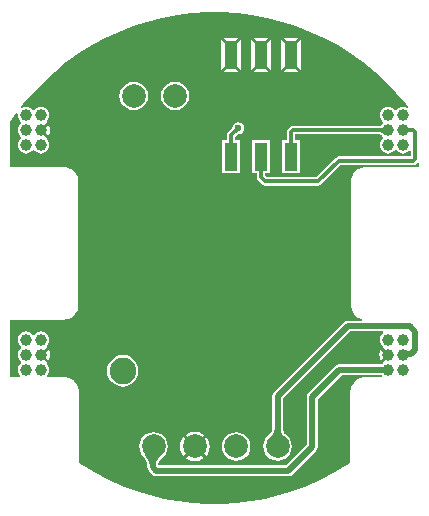
<source format=gtl>
G04*
G04 #@! TF.GenerationSoftware,Altium Limited,Altium Designer,20.1.8 (145)*
G04*
G04 Layer_Physical_Order=1*
G04 Layer_Color=255*
%FSTAX43Y43*%
%MOMM*%
G71*
G04*
G04 #@! TF.SameCoordinates,4F0FCE7A-41FC-4E90-8E0B-8DC11F55BA44*
G04*
G04*
G04 #@! TF.FilePolarity,Positive*
G04*
G01*
G75*
%ADD18R,1.130X2.440*%
%ADD19C,0.300*%
%ADD20C,0.500*%
%ADD21C,2.000*%
%ADD22C,1.000*%
%ADD23C,2.250*%
%ADD24C,0.600*%
G36*
X010609Y011835D02*
X010737Y0118271D01*
X0108642Y0118113D01*
X0109902Y0117878D01*
X0111146Y0117565D01*
X0112368Y0117176D01*
X0113563Y0116713D01*
X0114728Y0116176D01*
X0115857Y011557D01*
X0116947Y0114894D01*
X0117993Y0114153D01*
X0118992Y0113349D01*
X0119939Y0112485D01*
X0120831Y0111564D01*
X0121665Y011059D01*
X0121836Y0110364D01*
X0121814Y0110329D01*
X0121748Y0110269D01*
X0121601Y011033D01*
X0121419Y0110354D01*
X0121236Y011033D01*
X0121066Y0110259D01*
X0120919Y0110147D01*
X0120862Y0110073D01*
X0120705D01*
X0120648Y0110147D01*
X0120502Y0110259D01*
X0120331Y011033D01*
X0120149Y0110354D01*
X0119966Y011033D01*
X0119796Y0110259D01*
X0119649Y0110147D01*
X0119537Y0110001D01*
X0119467Y010983D01*
X0119443Y0109648D01*
X0119467Y0109465D01*
X0119537Y0109295D01*
X0119649Y0109148D01*
X0119724Y0109091D01*
Y0108934D01*
X0119649Y0108877D01*
X011964Y0108865D01*
X0119615Y0108841D01*
X0119585Y0108816D01*
X0119556Y0108794D01*
X0119528Y0108776D01*
X0119501Y0108762D01*
X0119475Y0108751D01*
X0119449Y0108742D01*
X0119423Y0108737D01*
X0119409Y0108735D01*
X011209D01*
X0111953Y0108707D01*
X0111837Y010863D01*
X0111662Y0108454D01*
X0111584Y0108339D01*
X0111557Y0108202D01*
Y0107574D01*
X0111149D01*
Y0104734D01*
X0112679D01*
Y0107574D01*
X0112271D01*
Y0108021D01*
X0119409D01*
X0119423Y0108019D01*
X0119449Y0108013D01*
X0119475Y0108005D01*
X0119501Y0107993D01*
X0119528Y0107979D01*
X0119556Y0107961D01*
X0119585Y010794D01*
X0119615Y0107914D01*
X011964Y010789D01*
X0119649Y0107878D01*
X0119724Y0107821D01*
Y0107664D01*
X0119649Y0107607D01*
X0119537Y0107461D01*
X0119467Y010729D01*
X0119443Y0107108D01*
X0119467Y0106925D01*
X0119537Y0106755D01*
X0119649Y0106608D01*
X0119796Y0106496D01*
X0119966Y0106426D01*
X0120149Y0106402D01*
X0120331Y0106426D01*
X0120502Y0106496D01*
X0120648Y0106608D01*
X0120705Y0106683D01*
X0120862D01*
X0120919Y0106608D01*
X0121066Y0106496D01*
X0121236Y0106426D01*
X0121419Y0106402D01*
X0121601Y0106426D01*
X0121772Y0106496D01*
X0121918Y0106608D01*
X0121965Y010667D01*
X0122092Y0106627D01*
Y0106161D01*
X0115949D01*
X0115812Y0106134D01*
X0115697Y0106056D01*
X0114051Y0104411D01*
X0109847D01*
X0109731Y0104527D01*
Y0104734D01*
X0110139D01*
Y0107574D01*
X0108609D01*
Y0104734D01*
X0109017D01*
Y0104379D01*
X0109044Y0104242D01*
X0109122Y0104127D01*
X0109447Y0103802D01*
X0109562Y0103724D01*
X0109699Y0103697D01*
X0114199D01*
X0114336Y0103724D01*
X0114451Y0103802D01*
X0116097Y0105447D01*
X0122273D01*
X012241Y0105474D01*
X0122526Y0105552D01*
X0122618Y0105644D01*
X0122745Y0105592D01*
Y0105258D01*
X0118199D01*
X0118194Y0105257D01*
X0118189Y0105258D01*
X0118091Y0105253D01*
X0118076Y0105249D01*
X0118061D01*
X0117869Y0105211D01*
X011785Y0105203D01*
X0117831Y0105199D01*
X011765Y0105124D01*
X0117633Y0105113D01*
X0117614Y0105105D01*
X0117451Y0104997D01*
X0117437Y0104982D01*
X011742Y0104971D01*
X0117282Y0104833D01*
X0117271Y0104816D01*
X0117256Y0104802D01*
X0117148Y0104639D01*
X011714Y010462D01*
X0117129Y0104603D01*
X0117054Y0104422D01*
X011705Y0104403D01*
X0117042Y0104384D01*
X0117004Y0104192D01*
Y0104177D01*
X0117Y0104162D01*
X0116995Y0104064D01*
X0116996Y0104059D01*
X0116995Y0104054D01*
Y0093554D01*
X0116996Y0093549D01*
X0116995Y0093544D01*
X0117Y0093446D01*
X0117004Y0093431D01*
Y0093416D01*
X0117042Y0093224D01*
X011705Y0093205D01*
X0117054Y0093186D01*
X0117129Y0093005D01*
X011714Y0092988D01*
X0117148Y0092969D01*
X0117256Y0092806D01*
X0117271Y0092792D01*
X0117282Y0092775D01*
X011742Y0092637D01*
X0117437Y0092626D01*
X0117451Y0092611D01*
X0117614Y0092503D01*
X0117633Y0092495D01*
X011765Y0092484D01*
X0117831Y0092409D01*
X011785Y0092405D01*
X0117869Y0092397D01*
X0117905Y009239D01*
X0117893Y0092263D01*
X0116699D01*
X0116523Y0092228D01*
X0116375Y0092128D01*
X011045Y0086203D01*
X011035Y0086055D01*
X0110315Y0085879D01*
Y0083103D01*
X0110306Y0083049D01*
X0110289Y0082984D01*
X0110264Y0082917D01*
X0110231Y0082847D01*
X0110189Y0082775D01*
X011014Y0082703D01*
X0110008Y0082542D01*
X0109954Y0082488D01*
X0109918Y008246D01*
X0109726Y0082209D01*
X0109605Y0081917D01*
X0109564Y0081604D01*
X0109605Y0081291D01*
X0109726Y0080999D01*
X0109918Y0080748D01*
X0110169Y0080556D01*
X0110461Y0080435D01*
X0110774Y0080394D01*
X0111087Y0080435D01*
X0111379Y0080556D01*
X011163Y0080748D01*
X0111822Y0080999D01*
X0111943Y0081291D01*
X0111984Y0081604D01*
X0111943Y0081917D01*
X0111822Y0082209D01*
X011163Y008246D01*
X0111594Y0082488D01*
X0111538Y0082544D01*
X0111469Y0082623D01*
X011141Y00827D01*
X0111359Y0082775D01*
X0111317Y0082847D01*
X0111284Y0082917D01*
X0111259Y0082984D01*
X0111242Y0083049D01*
X0111233Y0083103D01*
Y0085689D01*
X0116889Y0091345D01*
X0119699D01*
X0119742Y0091218D01*
X0119649Y0091147D01*
X0119537Y0091001D01*
X0119467Y009083D01*
X0119443Y0090648D01*
X0119467Y0090465D01*
X0119537Y0090295D01*
X0119649Y0090148D01*
X0119678Y0090127D01*
Y0090028D01*
X0120239Y0089468D01*
X0120149Y0089378D01*
X0120239Y0089288D01*
X0119678Y0088727D01*
Y0088629D01*
X0119649Y0088607D01*
X0119618Y0088567D01*
X0116003D01*
X0115827Y0088532D01*
X0115678Y0088432D01*
X0113375Y0086128D01*
X0113275Y008598D01*
X011324Y0085804D01*
Y0081744D01*
X0111509Y0080013D01*
X0100749D01*
X0100665Y0080133D01*
X0100667Y0080143D01*
X0100685Y0080206D01*
X010071Y008027D01*
X0100744Y0080335D01*
X0100786Y0080402D01*
X0100838Y0080471D01*
X0100899Y0080541D01*
X0100969Y0080612D01*
X0101054Y0080687D01*
X0101059Y0080694D01*
X010113Y0080748D01*
X0101322Y0080999D01*
X0101443Y0081291D01*
X0101484Y0081604D01*
X0101443Y0081917D01*
X0101322Y0082209D01*
X010113Y008246D01*
X0100879Y0082652D01*
X0100587Y0082773D01*
X0100274Y0082814D01*
X0099961Y0082773D01*
X0099669Y0082652D01*
X0099418Y008246D01*
X0099226Y0082209D01*
X0099105Y0081917D01*
X0099064Y0081604D01*
X0099105Y0081291D01*
X0099226Y0080999D01*
X0099359Y0080825D01*
X0099364Y0080817D01*
X009941Y0080758D01*
X0099418Y0080748D01*
X0099419Y0080747D01*
X0099512Y0080632D01*
X0099569Y008055D01*
X0099618Y0080469D01*
X0099658Y0080391D01*
X0099691Y0080318D01*
X0099715Y0080247D01*
X0099732Y0080181D01*
X009974Y0080128D01*
Y0079847D01*
X0099775Y0079671D01*
X0099875Y0079522D01*
X0100167Y007923D01*
X0100316Y007913D01*
X0100492Y0079095D01*
X0111699D01*
X0111875Y007913D01*
X0112023Y007923D01*
X0114023Y008123D01*
X0114123Y0081378D01*
X0114158Y0081554D01*
Y0085614D01*
X0116193Y0087649D01*
X011958D01*
X0119631Y0087585D01*
X0119574Y0087458D01*
X0118149D01*
X0118144Y0087457D01*
X0118139Y0087458D01*
X0118041Y0087453D01*
X0118026Y0087449D01*
X0118011D01*
X0117819Y0087411D01*
X01178Y0087403D01*
X0117781Y0087399D01*
X01176Y0087324D01*
X0117583Y0087313D01*
X0117564Y0087305D01*
X0117401Y0087197D01*
X0117387Y0087182D01*
X011737Y0087171D01*
X0117232Y0087033D01*
X0117221Y0087016D01*
X0117206Y0087002D01*
X0117098Y0086839D01*
X011709Y008682D01*
X0117079Y0086803D01*
X0117004Y0086622D01*
X0117Y0086603D01*
X0116992Y0086584D01*
X0116954Y0086392D01*
Y0086377D01*
X011695Y0086362D01*
X0116945Y0086264D01*
X0116946Y0086259D01*
X0116945Y0086254D01*
Y0080224D01*
X0116525Y0079942D01*
X0115465Y0079318D01*
X0114369Y0078758D01*
X0113243Y0078264D01*
X011209Y0077837D01*
X0110913Y0077479D01*
X0109717Y0077191D01*
X0108506Y0076975D01*
X0107285Y007683D01*
X0106057Y0076758D01*
X0104827Y0076758D01*
X0103599Y0076831D01*
X0102378Y0076977D01*
X0101167Y0077194D01*
X0099972Y0077483D01*
X0098795Y0077841D01*
X0097642Y0078269D01*
X0096516Y0078764D01*
X0095421Y0079325D01*
X0094362Y0079949D01*
X0093941Y0080232D01*
Y0086262D01*
X009394Y0086267D01*
X0093941Y0086272D01*
X0093936Y008637D01*
X0093933Y0086385D01*
Y00864D01*
X0093894Y0086592D01*
X0093887Y0086611D01*
X0093883Y008663D01*
X0093808Y0086811D01*
X0093797Y0086828D01*
X0093789Y0086847D01*
X009368Y008701D01*
X0093666Y0087024D01*
X0093655Y008704D01*
X0093516Y0087179D01*
X0093499Y008719D01*
X0093485Y0087204D01*
X0093322Y0087313D01*
X0093304Y0087321D01*
X0093287Y0087332D01*
X0093106Y0087407D01*
X0093086Y0087411D01*
X0093068Y0087419D01*
X0092875Y0087457D01*
X009286D01*
X0092846Y0087461D01*
X0092748Y0087466D01*
X0092743Y0087465D01*
X0092738Y0087466D01*
X0091271D01*
X0091228Y0087593D01*
X0091248Y0087608D01*
X009136Y0087755D01*
X0091431Y0087925D01*
X0091455Y0088108D01*
X0091431Y008829D01*
X009136Y0088461D01*
X0091248Y0088607D01*
X009122Y0088629D01*
Y0088727D01*
X0090659Y0089288D01*
X0090749Y0089378D01*
X0090659Y0089468D01*
X009122Y0090028D01*
Y0090127D01*
X0091248Y0090148D01*
X009136Y0090295D01*
X0091431Y0090465D01*
X0091455Y0090648D01*
X0091431Y009083D01*
X009136Y0091001D01*
X0091248Y0091147D01*
X0091102Y0091259D01*
X0090931Y009133D01*
X0090749Y0091354D01*
X0090566Y009133D01*
X0090396Y0091259D01*
X0090249Y0091147D01*
X0090192Y0091073D01*
X0090035D01*
X0089978Y0091147D01*
X0089832Y0091259D01*
X0089661Y009133D01*
X0089479Y0091354D01*
X0089296Y009133D01*
X0089126Y0091259D01*
X0088979Y0091147D01*
X0088867Y0091001D01*
X0088797Y009083D01*
X0088773Y0090648D01*
X0088797Y0090465D01*
X0088867Y0090295D01*
X0088979Y0090148D01*
X0089054Y0090091D01*
Y0089934D01*
X0088979Y0089877D01*
X0088867Y0089731D01*
X0088797Y008956D01*
X0088773Y0089378D01*
X0088797Y0089195D01*
X0088867Y0089025D01*
X0088979Y0088878D01*
X0089054Y0088821D01*
Y0088664D01*
X0088979Y0088607D01*
X0088867Y0088461D01*
X0088797Y008829D01*
X0088773Y0088108D01*
X0088797Y0087925D01*
X0088867Y0087755D01*
X0088979Y0087608D01*
X0089Y0087593D01*
X0088957Y0087466D01*
X0088141D01*
Y009235D01*
X0092699D01*
X0092704Y0092351D01*
X0092709Y009235D01*
X0092807Y0092355D01*
X0092822Y0092359D01*
X0092837D01*
X0093029Y0092397D01*
X0093048Y0092405D01*
X0093067Y0092409D01*
X0093248Y0092484D01*
X0093265Y0092495D01*
X0093284Y0092503D01*
X0093447Y0092611D01*
X0093461Y0092626D01*
X0093478Y0092637D01*
X0093616Y0092775D01*
X0093627Y0092792D01*
X0093642Y0092806D01*
X009375Y0092969D01*
X0093758Y0092988D01*
X0093769Y0093005D01*
X0093844Y0093186D01*
X0093848Y0093205D01*
X0093856Y0093224D01*
X0093894Y0093416D01*
Y0093431D01*
X0093898Y0093446D01*
X0093903Y0093544D01*
X0093902Y0093549D01*
X0093903Y0093554D01*
Y0104054D01*
X0093902Y0104059D01*
X0093903Y0104064D01*
X0093898Y0104162D01*
X0093894Y0104177D01*
Y0104192D01*
X0093856Y0104384D01*
X0093848Y0104403D01*
X0093844Y0104422D01*
X0093769Y0104603D01*
X0093758Y010462D01*
X009375Y0104639D01*
X0093642Y0104802D01*
X0093627Y0104816D01*
X0093616Y0104833D01*
X0093478Y0104971D01*
X0093461Y0104982D01*
X0093447Y0104997D01*
X0093284Y0105105D01*
X0093265Y0105113D01*
X0093248Y0105124D01*
X0093067Y0105199D01*
X0093048Y0105203D01*
X0093029Y0105211D01*
X0092837Y0105249D01*
X0092822D01*
X0092807Y0105253D01*
X0092709Y0105258D01*
X0092704Y0105257D01*
X0092699Y0105258D01*
X0088141D01*
X0088141Y0109084D01*
X0088461Y0109567D01*
X008867Y0109844D01*
X0088792Y0109794D01*
X0088773Y0109648D01*
X0088797Y0109465D01*
X0088867Y0109295D01*
X0088979Y0109148D01*
X0089054Y0109091D01*
Y0108934D01*
X0088979Y0108877D01*
X0088867Y0108731D01*
X0088797Y010856D01*
X0088773Y0108378D01*
X0088797Y0108195D01*
X0088867Y0108025D01*
X0088979Y0107878D01*
X0089054Y0107821D01*
Y0107664D01*
X0088979Y0107607D01*
X0088867Y0107461D01*
X0088797Y010729D01*
X0088773Y0107108D01*
X0088797Y0106925D01*
X0088867Y0106755D01*
X0088979Y0106608D01*
X0089126Y0106496D01*
X0089296Y0106426D01*
X0089479Y0106402D01*
X0089661Y0106426D01*
X0089832Y0106496D01*
X0089978Y0106608D01*
X0090035Y0106683D01*
X0090192D01*
X0090249Y0106608D01*
X0090396Y0106496D01*
X0090566Y0106426D01*
X0090749Y0106402D01*
X0090931Y0106426D01*
X0091102Y0106496D01*
X0091248Y0106608D01*
X009136Y0106755D01*
X0091431Y0106925D01*
X0091455Y0107108D01*
X0091431Y010729D01*
X009136Y0107461D01*
X0091248Y0107607D01*
X009122Y0107629D01*
Y0107727D01*
X0090659Y0108288D01*
X0090749Y0108378D01*
X0090659Y0108468D01*
X009122Y0109028D01*
Y0109127D01*
X0091248Y0109148D01*
X009136Y0109295D01*
X0091431Y0109465D01*
X0091455Y0109648D01*
X0091431Y010983D01*
X009136Y0110001D01*
X0091248Y0110147D01*
X0091102Y0110259D01*
X0090931Y011033D01*
X0090749Y0110354D01*
X0090566Y011033D01*
X0090396Y0110259D01*
X0090249Y0110147D01*
X0090192Y0110073D01*
X0090035D01*
X0089978Y0110147D01*
X0089832Y0110259D01*
X0089661Y011033D01*
X0089479Y0110354D01*
X0089296Y011033D01*
X0089151Y0110269D01*
X0089079Y0110336D01*
X0089063Y0110364D01*
X0089234Y011059D01*
X0090067Y0111564D01*
X0090959Y0112485D01*
X0091907Y0113349D01*
X0092905Y0114153D01*
X0093951Y0114895D01*
X0095041Y011557D01*
X0096171Y0116177D01*
X0097335Y0116713D01*
X0098531Y0117176D01*
X0099752Y0117565D01*
X0100996Y0117878D01*
X0102256Y0118114D01*
X0103528Y0118271D01*
X0104808Y011835D01*
X010609Y011835D01*
D02*
G37*
G36*
X0119792Y0108028D02*
X0119752Y0108066D01*
X0119712Y01081D01*
X0119672Y010813D01*
X011963Y0108156D01*
X0119589Y0108178D01*
X0119546Y0108196D01*
X0119504Y010821D01*
X011946Y010822D01*
X0119416Y0108226D01*
X0119372Y0108228D01*
Y0108528D01*
X0119416Y010853D01*
X011946Y0108536D01*
X0119504Y0108546D01*
X0119546Y010856D01*
X0119589Y0108578D01*
X011963Y01086D01*
X0119672Y0108626D01*
X0119712Y0108656D01*
X0119752Y010869D01*
X0119792Y0108728D01*
Y0108028D01*
D02*
G37*
G36*
X0111029Y0083089D02*
X0111042Y0083006D01*
X0111064Y0082922D01*
X0111096Y0082837D01*
X0111136Y0082752D01*
X0111186Y0082667D01*
X0111244Y008258D01*
X0111312Y0082493D01*
X0111388Y0082406D01*
X0111474Y0082318D01*
X0110074D01*
X011016Y0082406D01*
X0110303Y008258D01*
X0110362Y0082667D01*
X0110411Y0082752D01*
X0110452Y0082837D01*
X0110483Y0082922D01*
X0110506Y0083006D01*
X011052Y0083089D01*
X0110524Y0083172D01*
X0111024D01*
X0111029Y0083089D01*
D02*
G37*
G36*
X0100918Y0080839D02*
X0100829Y008076D01*
X0100749Y008068D01*
X0100679Y0080599D01*
X0100618Y0080518D01*
X0100566Y0080437D01*
X0100524Y0080354D01*
X0100491Y0080271D01*
X0100468Y0080188D01*
X0100454Y0080104D01*
X0100449Y0080019D01*
X0099949Y0080058D01*
X0099945Y0080139D01*
X0099932Y0080222D01*
X0099911Y0080306D01*
X0099881Y0080392D01*
X0099842Y008048D01*
X0099795Y0080569D01*
X009974Y008066D01*
X0099676Y0080753D01*
X0099522Y0080944D01*
X0100918Y0080839D01*
D02*
G37*
%LPC*%
G36*
X0112553Y0116228D02*
X0111275D01*
X0111914Y0115589D01*
X0112553Y0116228D01*
D02*
G37*
G36*
X0110013D02*
X0108735D01*
X0109374Y0115589D01*
X0110013Y0116228D01*
D02*
G37*
G36*
X0107473D02*
X0106195D01*
X0106834Y0115589D01*
X0107473Y0116228D01*
D02*
G37*
G36*
X0111095Y0116048D02*
Y011346D01*
X0111824Y0114189D01*
X0111914Y0114099D01*
X0112004Y0114189D01*
X0112733Y011346D01*
Y0116048D01*
X0112004Y0115319D01*
X0111914Y0115409D01*
X0111824Y0115319D01*
X0111095Y0116048D01*
D02*
G37*
G36*
X0108555D02*
Y011346D01*
X0109284Y0114189D01*
X0109374Y0114099D01*
X0109464Y0114189D01*
X0110193Y011346D01*
Y0116048D01*
X0109464Y0115319D01*
X0109374Y0115409D01*
X0109284Y0115319D01*
X0108555Y0116048D01*
D02*
G37*
G36*
X0106015D02*
Y011346D01*
X0106744Y0114189D01*
X0106834Y0114099D01*
X0106924Y0114189D01*
X0107653Y011346D01*
Y0116048D01*
X0106924Y0115319D01*
X0106834Y0115409D01*
X0106744Y0115319D01*
X0106015Y0116048D01*
D02*
G37*
G36*
X0111914Y0113919D02*
X0111275Y011328D01*
X0112553D01*
X0111914Y0113919D01*
D02*
G37*
G36*
X0109374D02*
X0108735Y011328D01*
X0110013D01*
X0109374Y0113919D01*
D02*
G37*
G36*
X0106834D02*
X0106195Y011328D01*
X0107473D01*
X0106834Y0113919D01*
D02*
G37*
G36*
X0102099Y0112489D02*
X0101786Y0112448D01*
X0101494Y0112327D01*
X0101243Y0112135D01*
X0101051Y0111884D01*
X010093Y0111592D01*
X0100889Y0111279D01*
X010093Y0110966D01*
X0101051Y0110674D01*
X0101243Y0110423D01*
X0101494Y0110231D01*
X0101786Y011011D01*
X0102099Y0110069D01*
X0102412Y011011D01*
X0102704Y0110231D01*
X0102955Y0110423D01*
X0103147Y0110674D01*
X0103268Y0110966D01*
X0103309Y0111279D01*
X0103268Y0111592D01*
X0103147Y0111884D01*
X0102955Y0112135D01*
X0102704Y0112327D01*
X0102412Y0112448D01*
X0102099Y0112489D01*
D02*
G37*
G36*
X0098599D02*
X0098286Y0112448D01*
X0097994Y0112327D01*
X0097743Y0112135D01*
X0097551Y0111884D01*
X009743Y0111592D01*
X0097389Y0111279D01*
X009743Y0110966D01*
X0097551Y0110674D01*
X0097743Y0110423D01*
X0097994Y0110231D01*
X0098286Y011011D01*
X0098599Y0110069D01*
X0098912Y011011D01*
X0099204Y0110231D01*
X0099455Y0110423D01*
X0099647Y0110674D01*
X0099768Y0110966D01*
X0099809Y0111279D01*
X0099768Y0111592D01*
X0099647Y0111884D01*
X0099455Y0112135D01*
X0099204Y0112327D01*
X0098912Y0112448D01*
X0098599Y0112489D01*
D02*
G37*
G36*
X0107449Y0109064D02*
X0107254Y0109025D01*
X0107089Y0108914D01*
X0106978Y0108749D01*
X0106939Y0108554D01*
X0106939Y0108554D01*
X0106938Y0108552D01*
X0106931Y0108542D01*
X0106923Y0108532D01*
X0106582Y0108191D01*
X0106504Y0108076D01*
X0106477Y0107939D01*
Y0107574D01*
X0106069D01*
Y0104734D01*
X0107599D01*
Y0107574D01*
X0107191D01*
Y0107791D01*
X010743Y0108031D01*
X0107435Y0108035D01*
X0107447Y0108043D01*
X0107449Y0108044D01*
X0107449Y0108044D01*
X0107644Y0108083D01*
X0107809Y0108194D01*
X010792Y0108359D01*
X0107959Y0108554D01*
X010792Y0108749D01*
X0107809Y0108914D01*
X0107644Y0109025D01*
X0107449Y0109064D01*
D02*
G37*
G36*
X0091364Y0108814D02*
X0090928Y0108378D01*
X0091364Y0107942D01*
X0091407Y0107997D01*
X0091483Y0108181D01*
X0091509Y0108378D01*
X0091483Y0108575D01*
X0091407Y0108758D01*
X0091364Y0108814D01*
D02*
G37*
G36*
Y0089814D02*
X0090928Y0089378D01*
X0091364Y0088942D01*
X0091407Y0088997D01*
X0091483Y0089181D01*
X0091509Y0089378D01*
X0091483Y0089575D01*
X0091407Y0089758D01*
X0091364Y0089814D01*
D02*
G37*
G36*
X0119533Y0089814D02*
X011949Y0089758D01*
X0119414Y0089575D01*
X0119388Y0089378D01*
X0119414Y0089181D01*
X011949Y0088997D01*
X0119533Y0088942D01*
X0119969Y0089378D01*
X0119533Y0089814D01*
D02*
G37*
G36*
X0097661Y0089352D02*
X0097316Y0089307D01*
X0096993Y0089173D01*
X0096716Y0088961D01*
X0096504Y0088684D01*
X0096371Y0088362D01*
X0096325Y0088016D01*
X0096371Y008767D01*
X0096504Y0087348D01*
X0096716Y0087071D01*
X0096993Y0086858D01*
X0097316Y0086725D01*
X0097661Y0086679D01*
X0098007Y0086725D01*
X009833Y0086858D01*
X0098606Y0087071D01*
X0098819Y0087348D01*
X0098952Y008767D01*
X0098998Y0088016D01*
X0098952Y0088362D01*
X0098819Y0088684D01*
X0098606Y0088961D01*
X009833Y0089173D01*
X0098007Y0089307D01*
X0097661Y0089352D01*
D02*
G37*
G36*
X0103774Y0082869D02*
X0103447Y0082826D01*
X0103142Y0082699D01*
X0102981Y0082576D01*
X0103774Y0081784D01*
X0104567Y0082576D01*
X0104406Y0082699D01*
X0104101Y0082826D01*
X0103774Y0082869D01*
D02*
G37*
G36*
X0102802Y0082397D02*
X0102679Y0082236D01*
X0102552Y0081931D01*
X0102509Y0081604D01*
X0102552Y0081277D01*
X0102679Y0080972D01*
X0102802Y0080811D01*
X0103594Y0081604D01*
X0102802Y0082397D01*
D02*
G37*
G36*
X0104746Y0082397D02*
X0103954Y0081604D01*
X0104746Y0080811D01*
X0104869Y0080972D01*
X0104996Y0081277D01*
X0105039Y0081604D01*
X0104996Y0081931D01*
X0104869Y0082236D01*
X0104746Y0082397D01*
D02*
G37*
G36*
X0107274Y0082814D02*
X0106961Y0082773D01*
X0106669Y0082652D01*
X0106418Y008246D01*
X0106226Y0082209D01*
X0106105Y0081917D01*
X0106064Y0081604D01*
X0106105Y0081291D01*
X0106226Y0080999D01*
X0106418Y0080748D01*
X0106669Y0080556D01*
X0106961Y0080435D01*
X0107274Y0080394D01*
X0107587Y0080435D01*
X0107879Y0080556D01*
X010813Y0080748D01*
X0108322Y0080999D01*
X0108443Y0081291D01*
X0108484Y0081604D01*
X0108443Y0081917D01*
X0108322Y0082209D01*
X010813Y008246D01*
X0107879Y0082652D01*
X0107587Y0082773D01*
X0107274Y0082814D01*
D02*
G37*
G36*
X0103774Y0081424D02*
X0102981Y0080632D01*
X0103142Y0080509D01*
X0103447Y0080382D01*
X0103774Y0080339D01*
X0104101Y0080382D01*
X0104406Y0080509D01*
X0104567Y0080632D01*
X0103774Y0081424D01*
D02*
G37*
%LPD*%
G36*
X0107446Y0108254D02*
X0107429Y0108253D01*
X0107411Y010825D01*
X0107393Y0108244D01*
X0107373Y0108236D01*
X0107354Y0108225D01*
X0107333Y0108212D01*
X0107312Y0108197D01*
X010729Y0108179D01*
X0107244Y0108137D01*
X0107032Y0108349D01*
X0107054Y0108372D01*
X0107092Y0108417D01*
X0107107Y0108438D01*
X010712Y0108459D01*
X0107131Y0108478D01*
X0107139Y0108498D01*
X0107145Y0108516D01*
X0107148Y0108534D01*
X0107149Y0108551D01*
X0107446Y0108254D01*
D02*
G37*
D18*
X0106834Y0114754D02*
D03*
X0109374D02*
D03*
X0111914D02*
D03*
Y0106154D02*
D03*
X0109374D02*
D03*
X0106834D02*
D03*
D19*
Y0107939D01*
X0107449Y0108554D01*
X011209Y0108378D02*
X0120149D01*
X0111914Y0108202D02*
X011209Y0108378D01*
X0111914Y0106154D02*
Y0108202D01*
X0121419Y0108378D02*
X0122273D01*
X0115949Y0105804D02*
X0122273D01*
Y0108378D02*
X0122449Y0108202D01*
Y010598D02*
Y0108202D01*
X0122273Y0105804D02*
X0122449Y010598D01*
X0114199Y0104054D02*
X0115949Y0105804D01*
X0109699Y0104054D02*
X0114199D01*
X0109374Y0104379D02*
X0109699Y0104054D01*
X0109374Y0104379D02*
Y0106154D01*
D20*
X0121419Y0089378D02*
X0121465Y0089424D01*
X0122069D01*
X0121949Y0091804D02*
X0122449Y0091304D01*
X0122069Y0089424D02*
X0122449Y0089804D01*
X0116699Y0091804D02*
X0121949D01*
X0122449Y0089804D02*
Y0091304D01*
X0113699Y0085804D02*
X0116003Y0088108D01*
X0120149D01*
X0113699Y0081554D02*
Y0085804D01*
X0111699Y0079554D02*
X0113699Y0081554D01*
X0100199Y0079847D02*
Y0081529D01*
Y0079847D02*
X0100492Y0079554D01*
X0111699D01*
X0100199Y0081529D02*
X0100274Y0081604D01*
X0110774D02*
Y0085879D01*
X0116699Y0091804D01*
D21*
X0098599Y0111279D02*
D03*
X0102099D02*
D03*
X0103774Y0081604D02*
D03*
X0100274D02*
D03*
X0107274D02*
D03*
X0110774D02*
D03*
D22*
X0089479Y0090648D02*
D03*
X0090749D02*
D03*
X0089479Y0089378D02*
D03*
X0090749D02*
D03*
X0089479Y0088108D02*
D03*
X0090749D02*
D03*
X0089479Y0109648D02*
D03*
X0090749D02*
D03*
X0089479Y0108378D02*
D03*
X0090749D02*
D03*
X0089479Y0107108D02*
D03*
X0090749D02*
D03*
X0120149Y0090648D02*
D03*
X0121419D02*
D03*
X0120149Y0089378D02*
D03*
X0121419D02*
D03*
X0120149Y0088108D02*
D03*
X0121419D02*
D03*
X0120149Y0109648D02*
D03*
X0121419D02*
D03*
X0120149Y0108378D02*
D03*
X0121419D02*
D03*
X0120149Y0107108D02*
D03*
X0121419D02*
D03*
D23*
X0097661Y0088016D02*
D03*
D24*
X0107449Y0108554D02*
D03*
M02*

</source>
